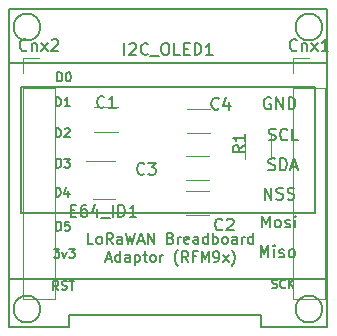
<source format=gto>
G04 #@! TF.FileFunction,Legend,Top*
%FSLAX46Y46*%
G04 Gerber Fmt 4.6, Leading zero omitted, Abs format (unit mm)*
G04 Created by KiCad (PCBNEW 4.0.4-stable) date 03/17/17 15:09:56*
%MOMM*%
%LPD*%
G01*
G04 APERTURE LIST*
%ADD10C,0.100000*%
%ADD11C,0.180000*%
%ADD12C,0.150000*%
%ADD13C,0.120000*%
G04 APERTURE END LIST*
D10*
D11*
X129074885Y-103324943D02*
X128646314Y-103324943D01*
X128646314Y-102424943D01*
X129503456Y-103324943D02*
X129417742Y-103282086D01*
X129374885Y-103239229D01*
X129332028Y-103153514D01*
X129332028Y-102896371D01*
X129374885Y-102810657D01*
X129417742Y-102767800D01*
X129503456Y-102724943D01*
X129632028Y-102724943D01*
X129717742Y-102767800D01*
X129760599Y-102810657D01*
X129803456Y-102896371D01*
X129803456Y-103153514D01*
X129760599Y-103239229D01*
X129717742Y-103282086D01*
X129632028Y-103324943D01*
X129503456Y-103324943D01*
X130703456Y-103324943D02*
X130403456Y-102896371D01*
X130189171Y-103324943D02*
X130189171Y-102424943D01*
X130532028Y-102424943D01*
X130617742Y-102467800D01*
X130660599Y-102510657D01*
X130703456Y-102596371D01*
X130703456Y-102724943D01*
X130660599Y-102810657D01*
X130617742Y-102853514D01*
X130532028Y-102896371D01*
X130189171Y-102896371D01*
X131474885Y-103324943D02*
X131474885Y-102853514D01*
X131432028Y-102767800D01*
X131346314Y-102724943D01*
X131174885Y-102724943D01*
X131089171Y-102767800D01*
X131474885Y-103282086D02*
X131389171Y-103324943D01*
X131174885Y-103324943D01*
X131089171Y-103282086D01*
X131046314Y-103196371D01*
X131046314Y-103110657D01*
X131089171Y-103024943D01*
X131174885Y-102982086D01*
X131389171Y-102982086D01*
X131474885Y-102939229D01*
X131817742Y-102424943D02*
X132032028Y-103324943D01*
X132203457Y-102682086D01*
X132374885Y-103324943D01*
X132589171Y-102424943D01*
X132889171Y-103067800D02*
X133317742Y-103067800D01*
X132803456Y-103324943D02*
X133103456Y-102424943D01*
X133403456Y-103324943D01*
X133703457Y-103324943D02*
X133703457Y-102424943D01*
X134217742Y-103324943D01*
X134217742Y-102424943D01*
X135632028Y-102853514D02*
X135760599Y-102896371D01*
X135803456Y-102939229D01*
X135846313Y-103024943D01*
X135846313Y-103153514D01*
X135803456Y-103239229D01*
X135760599Y-103282086D01*
X135674885Y-103324943D01*
X135332028Y-103324943D01*
X135332028Y-102424943D01*
X135632028Y-102424943D01*
X135717742Y-102467800D01*
X135760599Y-102510657D01*
X135803456Y-102596371D01*
X135803456Y-102682086D01*
X135760599Y-102767800D01*
X135717742Y-102810657D01*
X135632028Y-102853514D01*
X135332028Y-102853514D01*
X136232028Y-103324943D02*
X136232028Y-102724943D01*
X136232028Y-102896371D02*
X136274885Y-102810657D01*
X136317742Y-102767800D01*
X136403456Y-102724943D01*
X136489171Y-102724943D01*
X137132028Y-103282086D02*
X137046314Y-103324943D01*
X136874885Y-103324943D01*
X136789171Y-103282086D01*
X136746314Y-103196371D01*
X136746314Y-102853514D01*
X136789171Y-102767800D01*
X136874885Y-102724943D01*
X137046314Y-102724943D01*
X137132028Y-102767800D01*
X137174885Y-102853514D01*
X137174885Y-102939229D01*
X136746314Y-103024943D01*
X137946314Y-103324943D02*
X137946314Y-102853514D01*
X137903457Y-102767800D01*
X137817743Y-102724943D01*
X137646314Y-102724943D01*
X137560600Y-102767800D01*
X137946314Y-103282086D02*
X137860600Y-103324943D01*
X137646314Y-103324943D01*
X137560600Y-103282086D01*
X137517743Y-103196371D01*
X137517743Y-103110657D01*
X137560600Y-103024943D01*
X137646314Y-102982086D01*
X137860600Y-102982086D01*
X137946314Y-102939229D01*
X138760600Y-103324943D02*
X138760600Y-102424943D01*
X138760600Y-103282086D02*
X138674886Y-103324943D01*
X138503457Y-103324943D01*
X138417743Y-103282086D01*
X138374886Y-103239229D01*
X138332029Y-103153514D01*
X138332029Y-102896371D01*
X138374886Y-102810657D01*
X138417743Y-102767800D01*
X138503457Y-102724943D01*
X138674886Y-102724943D01*
X138760600Y-102767800D01*
X139189172Y-103324943D02*
X139189172Y-102424943D01*
X139189172Y-102767800D02*
X139274886Y-102724943D01*
X139446315Y-102724943D01*
X139532029Y-102767800D01*
X139574886Y-102810657D01*
X139617743Y-102896371D01*
X139617743Y-103153514D01*
X139574886Y-103239229D01*
X139532029Y-103282086D01*
X139446315Y-103324943D01*
X139274886Y-103324943D01*
X139189172Y-103282086D01*
X140132029Y-103324943D02*
X140046315Y-103282086D01*
X140003458Y-103239229D01*
X139960601Y-103153514D01*
X139960601Y-102896371D01*
X140003458Y-102810657D01*
X140046315Y-102767800D01*
X140132029Y-102724943D01*
X140260601Y-102724943D01*
X140346315Y-102767800D01*
X140389172Y-102810657D01*
X140432029Y-102896371D01*
X140432029Y-103153514D01*
X140389172Y-103239229D01*
X140346315Y-103282086D01*
X140260601Y-103324943D01*
X140132029Y-103324943D01*
X141203458Y-103324943D02*
X141203458Y-102853514D01*
X141160601Y-102767800D01*
X141074887Y-102724943D01*
X140903458Y-102724943D01*
X140817744Y-102767800D01*
X141203458Y-103282086D02*
X141117744Y-103324943D01*
X140903458Y-103324943D01*
X140817744Y-103282086D01*
X140774887Y-103196371D01*
X140774887Y-103110657D01*
X140817744Y-103024943D01*
X140903458Y-102982086D01*
X141117744Y-102982086D01*
X141203458Y-102939229D01*
X141632030Y-103324943D02*
X141632030Y-102724943D01*
X141632030Y-102896371D02*
X141674887Y-102810657D01*
X141717744Y-102767800D01*
X141803458Y-102724943D01*
X141889173Y-102724943D01*
X142574887Y-103324943D02*
X142574887Y-102424943D01*
X142574887Y-103282086D02*
X142489173Y-103324943D01*
X142317744Y-103324943D01*
X142232030Y-103282086D01*
X142189173Y-103239229D01*
X142146316Y-103153514D01*
X142146316Y-102896371D01*
X142189173Y-102810657D01*
X142232030Y-102767800D01*
X142317744Y-102724943D01*
X142489173Y-102724943D01*
X142574887Y-102767800D01*
X130146314Y-104597800D02*
X130574885Y-104597800D01*
X130060599Y-104854943D02*
X130360599Y-103954943D01*
X130660599Y-104854943D01*
X131346314Y-104854943D02*
X131346314Y-103954943D01*
X131346314Y-104812086D02*
X131260600Y-104854943D01*
X131089171Y-104854943D01*
X131003457Y-104812086D01*
X130960600Y-104769229D01*
X130917743Y-104683514D01*
X130917743Y-104426371D01*
X130960600Y-104340657D01*
X131003457Y-104297800D01*
X131089171Y-104254943D01*
X131260600Y-104254943D01*
X131346314Y-104297800D01*
X132160600Y-104854943D02*
X132160600Y-104383514D01*
X132117743Y-104297800D01*
X132032029Y-104254943D01*
X131860600Y-104254943D01*
X131774886Y-104297800D01*
X132160600Y-104812086D02*
X132074886Y-104854943D01*
X131860600Y-104854943D01*
X131774886Y-104812086D01*
X131732029Y-104726371D01*
X131732029Y-104640657D01*
X131774886Y-104554943D01*
X131860600Y-104512086D01*
X132074886Y-104512086D01*
X132160600Y-104469229D01*
X132589172Y-104254943D02*
X132589172Y-105154943D01*
X132589172Y-104297800D02*
X132674886Y-104254943D01*
X132846315Y-104254943D01*
X132932029Y-104297800D01*
X132974886Y-104340657D01*
X133017743Y-104426371D01*
X133017743Y-104683514D01*
X132974886Y-104769229D01*
X132932029Y-104812086D01*
X132846315Y-104854943D01*
X132674886Y-104854943D01*
X132589172Y-104812086D01*
X133274886Y-104254943D02*
X133617743Y-104254943D01*
X133403458Y-103954943D02*
X133403458Y-104726371D01*
X133446315Y-104812086D01*
X133532029Y-104854943D01*
X133617743Y-104854943D01*
X134046315Y-104854943D02*
X133960601Y-104812086D01*
X133917744Y-104769229D01*
X133874887Y-104683514D01*
X133874887Y-104426371D01*
X133917744Y-104340657D01*
X133960601Y-104297800D01*
X134046315Y-104254943D01*
X134174887Y-104254943D01*
X134260601Y-104297800D01*
X134303458Y-104340657D01*
X134346315Y-104426371D01*
X134346315Y-104683514D01*
X134303458Y-104769229D01*
X134260601Y-104812086D01*
X134174887Y-104854943D01*
X134046315Y-104854943D01*
X134732030Y-104854943D02*
X134732030Y-104254943D01*
X134732030Y-104426371D02*
X134774887Y-104340657D01*
X134817744Y-104297800D01*
X134903458Y-104254943D01*
X134989173Y-104254943D01*
X136232030Y-105197800D02*
X136189172Y-105154943D01*
X136103458Y-105026371D01*
X136060601Y-104940657D01*
X136017744Y-104812086D01*
X135974887Y-104597800D01*
X135974887Y-104426371D01*
X136017744Y-104212086D01*
X136060601Y-104083514D01*
X136103458Y-103997800D01*
X136189172Y-103869229D01*
X136232030Y-103826371D01*
X137089172Y-104854943D02*
X136789172Y-104426371D01*
X136574887Y-104854943D02*
X136574887Y-103954943D01*
X136917744Y-103954943D01*
X137003458Y-103997800D01*
X137046315Y-104040657D01*
X137089172Y-104126371D01*
X137089172Y-104254943D01*
X137046315Y-104340657D01*
X137003458Y-104383514D01*
X136917744Y-104426371D01*
X136574887Y-104426371D01*
X137774887Y-104383514D02*
X137474887Y-104383514D01*
X137474887Y-104854943D02*
X137474887Y-103954943D01*
X137903458Y-103954943D01*
X138246316Y-104854943D02*
X138246316Y-103954943D01*
X138546316Y-104597800D01*
X138846316Y-103954943D01*
X138846316Y-104854943D01*
X139317744Y-104854943D02*
X139489172Y-104854943D01*
X139574887Y-104812086D01*
X139617744Y-104769229D01*
X139703458Y-104640657D01*
X139746315Y-104469229D01*
X139746315Y-104126371D01*
X139703458Y-104040657D01*
X139660601Y-103997800D01*
X139574887Y-103954943D01*
X139403458Y-103954943D01*
X139317744Y-103997800D01*
X139274887Y-104040657D01*
X139232030Y-104126371D01*
X139232030Y-104340657D01*
X139274887Y-104426371D01*
X139317744Y-104469229D01*
X139403458Y-104512086D01*
X139574887Y-104512086D01*
X139660601Y-104469229D01*
X139703458Y-104426371D01*
X139746315Y-104340657D01*
X140046315Y-104854943D02*
X140517744Y-104254943D01*
X140046315Y-104254943D02*
X140517744Y-104854943D01*
X140774886Y-105197800D02*
X140817744Y-105154943D01*
X140903458Y-105026371D01*
X140946315Y-104940657D01*
X140989172Y-104812086D01*
X141032029Y-104597800D01*
X141032029Y-104426371D01*
X140989172Y-104212086D01*
X140946315Y-104083514D01*
X140903458Y-103997800D01*
X140817744Y-103869229D01*
X140774886Y-103826371D01*
D12*
X144210200Y-107039533D02*
X144310200Y-107072867D01*
X144476867Y-107072867D01*
X144543534Y-107039533D01*
X144576867Y-107006200D01*
X144610200Y-106939533D01*
X144610200Y-106872867D01*
X144576867Y-106806200D01*
X144543534Y-106772867D01*
X144476867Y-106739533D01*
X144343534Y-106706200D01*
X144276867Y-106672867D01*
X144243534Y-106639533D01*
X144210200Y-106572867D01*
X144210200Y-106506200D01*
X144243534Y-106439533D01*
X144276867Y-106406200D01*
X144343534Y-106372867D01*
X144510200Y-106372867D01*
X144610200Y-106406200D01*
X145310201Y-107006200D02*
X145276867Y-107039533D01*
X145176867Y-107072867D01*
X145110201Y-107072867D01*
X145010201Y-107039533D01*
X144943534Y-106972867D01*
X144910201Y-106906200D01*
X144876867Y-106772867D01*
X144876867Y-106672867D01*
X144910201Y-106539533D01*
X144943534Y-106472867D01*
X145010201Y-106406200D01*
X145110201Y-106372867D01*
X145176867Y-106372867D01*
X145276867Y-106406200D01*
X145310201Y-106439533D01*
X145610201Y-107072867D02*
X145610201Y-106372867D01*
X146010201Y-107072867D02*
X145710201Y-106672867D01*
X146010201Y-106372867D02*
X145610201Y-106772867D01*
X143224429Y-104465381D02*
X143224429Y-103465381D01*
X143557763Y-104179667D01*
X143891096Y-103465381D01*
X143891096Y-104465381D01*
X144367286Y-104465381D02*
X144367286Y-103798714D01*
X144367286Y-103465381D02*
X144319667Y-103513000D01*
X144367286Y-103560619D01*
X144414905Y-103513000D01*
X144367286Y-103465381D01*
X144367286Y-103560619D01*
X144795857Y-104417762D02*
X144891095Y-104465381D01*
X145081571Y-104465381D01*
X145176810Y-104417762D01*
X145224429Y-104322524D01*
X145224429Y-104274905D01*
X145176810Y-104179667D01*
X145081571Y-104132048D01*
X144938714Y-104132048D01*
X144843476Y-104084429D01*
X144795857Y-103989190D01*
X144795857Y-103941571D01*
X144843476Y-103846333D01*
X144938714Y-103798714D01*
X145081571Y-103798714D01*
X145176810Y-103846333D01*
X145795857Y-104465381D02*
X145700619Y-104417762D01*
X145653000Y-104370143D01*
X145605381Y-104274905D01*
X145605381Y-103989190D01*
X145653000Y-103893952D01*
X145700619Y-103846333D01*
X145795857Y-103798714D01*
X145938715Y-103798714D01*
X146033953Y-103846333D01*
X146081572Y-103893952D01*
X146129191Y-103989190D01*
X146129191Y-104274905D01*
X146081572Y-104370143D01*
X146033953Y-104417762D01*
X145938715Y-104465381D01*
X145795857Y-104465381D01*
X143326029Y-101950781D02*
X143326029Y-100950781D01*
X143659363Y-101665067D01*
X143992696Y-100950781D01*
X143992696Y-101950781D01*
X144611743Y-101950781D02*
X144516505Y-101903162D01*
X144468886Y-101855543D01*
X144421267Y-101760305D01*
X144421267Y-101474590D01*
X144468886Y-101379352D01*
X144516505Y-101331733D01*
X144611743Y-101284114D01*
X144754601Y-101284114D01*
X144849839Y-101331733D01*
X144897458Y-101379352D01*
X144945077Y-101474590D01*
X144945077Y-101760305D01*
X144897458Y-101855543D01*
X144849839Y-101903162D01*
X144754601Y-101950781D01*
X144611743Y-101950781D01*
X145326029Y-101903162D02*
X145421267Y-101950781D01*
X145611743Y-101950781D01*
X145706982Y-101903162D01*
X145754601Y-101807924D01*
X145754601Y-101760305D01*
X145706982Y-101665067D01*
X145611743Y-101617448D01*
X145468886Y-101617448D01*
X145373648Y-101569829D01*
X145326029Y-101474590D01*
X145326029Y-101426971D01*
X145373648Y-101331733D01*
X145468886Y-101284114D01*
X145611743Y-101284114D01*
X145706982Y-101331733D01*
X146183172Y-101950781D02*
X146183172Y-101284114D01*
X146183172Y-100950781D02*
X146135553Y-100998400D01*
X146183172Y-101046019D01*
X146230791Y-100998400D01*
X146183172Y-100950781D01*
X146183172Y-101046019D01*
X143567305Y-99588581D02*
X143567305Y-98588581D01*
X144138734Y-99588581D01*
X144138734Y-98588581D01*
X144567305Y-99540962D02*
X144710162Y-99588581D01*
X144948258Y-99588581D01*
X145043496Y-99540962D01*
X145091115Y-99493343D01*
X145138734Y-99398105D01*
X145138734Y-99302867D01*
X145091115Y-99207629D01*
X145043496Y-99160010D01*
X144948258Y-99112390D01*
X144757781Y-99064771D01*
X144662543Y-99017152D01*
X144614924Y-98969533D01*
X144567305Y-98874295D01*
X144567305Y-98779057D01*
X144614924Y-98683819D01*
X144662543Y-98636200D01*
X144757781Y-98588581D01*
X144995877Y-98588581D01*
X145138734Y-98636200D01*
X145519686Y-99540962D02*
X145662543Y-99588581D01*
X145900639Y-99588581D01*
X145995877Y-99540962D01*
X146043496Y-99493343D01*
X146091115Y-99398105D01*
X146091115Y-99302867D01*
X146043496Y-99207629D01*
X145995877Y-99160010D01*
X145900639Y-99112390D01*
X145710162Y-99064771D01*
X145614924Y-99017152D01*
X145567305Y-98969533D01*
X145519686Y-98874295D01*
X145519686Y-98779057D01*
X145567305Y-98683819D01*
X145614924Y-98636200D01*
X145710162Y-98588581D01*
X145948258Y-98588581D01*
X146091115Y-98636200D01*
X143895914Y-97051762D02*
X144038771Y-97099381D01*
X144276867Y-97099381D01*
X144372105Y-97051762D01*
X144419724Y-97004143D01*
X144467343Y-96908905D01*
X144467343Y-96813667D01*
X144419724Y-96718429D01*
X144372105Y-96670810D01*
X144276867Y-96623190D01*
X144086390Y-96575571D01*
X143991152Y-96527952D01*
X143943533Y-96480333D01*
X143895914Y-96385095D01*
X143895914Y-96289857D01*
X143943533Y-96194619D01*
X143991152Y-96147000D01*
X144086390Y-96099381D01*
X144324486Y-96099381D01*
X144467343Y-96147000D01*
X144895914Y-97099381D02*
X144895914Y-96099381D01*
X145134009Y-96099381D01*
X145276867Y-96147000D01*
X145372105Y-96242238D01*
X145419724Y-96337476D01*
X145467343Y-96527952D01*
X145467343Y-96670810D01*
X145419724Y-96861286D01*
X145372105Y-96956524D01*
X145276867Y-97051762D01*
X145134009Y-97099381D01*
X144895914Y-97099381D01*
X145848295Y-96813667D02*
X146324486Y-96813667D01*
X145753057Y-97099381D02*
X146086390Y-96099381D01*
X146419724Y-97099381D01*
X143919724Y-94537162D02*
X144062581Y-94584781D01*
X144300677Y-94584781D01*
X144395915Y-94537162D01*
X144443534Y-94489543D01*
X144491153Y-94394305D01*
X144491153Y-94299067D01*
X144443534Y-94203829D01*
X144395915Y-94156210D01*
X144300677Y-94108590D01*
X144110200Y-94060971D01*
X144014962Y-94013352D01*
X143967343Y-93965733D01*
X143919724Y-93870495D01*
X143919724Y-93775257D01*
X143967343Y-93680019D01*
X144014962Y-93632400D01*
X144110200Y-93584781D01*
X144348296Y-93584781D01*
X144491153Y-93632400D01*
X145491153Y-94489543D02*
X145443534Y-94537162D01*
X145300677Y-94584781D01*
X145205439Y-94584781D01*
X145062581Y-94537162D01*
X144967343Y-94441924D01*
X144919724Y-94346686D01*
X144872105Y-94156210D01*
X144872105Y-94013352D01*
X144919724Y-93822876D01*
X144967343Y-93727638D01*
X145062581Y-93632400D01*
X145205439Y-93584781D01*
X145300677Y-93584781D01*
X145443534Y-93632400D01*
X145491153Y-93680019D01*
X146395915Y-94584781D02*
X145919724Y-94584781D01*
X145919724Y-93584781D01*
X144068896Y-90990800D02*
X143973658Y-90943181D01*
X143830801Y-90943181D01*
X143687943Y-90990800D01*
X143592705Y-91086038D01*
X143545086Y-91181276D01*
X143497467Y-91371752D01*
X143497467Y-91514610D01*
X143545086Y-91705086D01*
X143592705Y-91800324D01*
X143687943Y-91895562D01*
X143830801Y-91943181D01*
X143926039Y-91943181D01*
X144068896Y-91895562D01*
X144116515Y-91847943D01*
X144116515Y-91514610D01*
X143926039Y-91514610D01*
X144545086Y-91943181D02*
X144545086Y-90943181D01*
X145116515Y-91943181D01*
X145116515Y-90943181D01*
X145592705Y-91943181D02*
X145592705Y-90943181D01*
X145830800Y-90943181D01*
X145973658Y-90990800D01*
X146068896Y-91086038D01*
X146116515Y-91181276D01*
X146164134Y-91371752D01*
X146164134Y-91514610D01*
X146116515Y-91705086D01*
X146068896Y-91800324D01*
X145973658Y-91895562D01*
X145830800Y-91943181D01*
X145592705Y-91943181D01*
X126106686Y-107222486D02*
X125856686Y-106865343D01*
X125678114Y-107222486D02*
X125678114Y-106472486D01*
X125963829Y-106472486D01*
X126035257Y-106508200D01*
X126070972Y-106543914D01*
X126106686Y-106615343D01*
X126106686Y-106722486D01*
X126070972Y-106793914D01*
X126035257Y-106829629D01*
X125963829Y-106865343D01*
X125678114Y-106865343D01*
X126392400Y-107186771D02*
X126499543Y-107222486D01*
X126678114Y-107222486D01*
X126749543Y-107186771D01*
X126785257Y-107151057D01*
X126820972Y-107079629D01*
X126820972Y-107008200D01*
X126785257Y-106936771D01*
X126749543Y-106901057D01*
X126678114Y-106865343D01*
X126535257Y-106829629D01*
X126463829Y-106793914D01*
X126428114Y-106758200D01*
X126392400Y-106686771D01*
X126392400Y-106615343D01*
X126428114Y-106543914D01*
X126463829Y-106508200D01*
X126535257Y-106472486D01*
X126713829Y-106472486D01*
X126820972Y-106508200D01*
X127035258Y-106472486D02*
X127463829Y-106472486D01*
X127249543Y-107222486D02*
X127249543Y-106472486D01*
X125726143Y-103780086D02*
X126190429Y-103780086D01*
X125940429Y-104065800D01*
X126047571Y-104065800D01*
X126119000Y-104101514D01*
X126154714Y-104137229D01*
X126190429Y-104208657D01*
X126190429Y-104387229D01*
X126154714Y-104458657D01*
X126119000Y-104494371D01*
X126047571Y-104530086D01*
X125833286Y-104530086D01*
X125761857Y-104494371D01*
X125726143Y-104458657D01*
X126440429Y-104030086D02*
X126619000Y-104530086D01*
X126797572Y-104030086D01*
X127011858Y-103780086D02*
X127476144Y-103780086D01*
X127226144Y-104065800D01*
X127333286Y-104065800D01*
X127404715Y-104101514D01*
X127440429Y-104137229D01*
X127476144Y-104208657D01*
X127476144Y-104387229D01*
X127440429Y-104458657D01*
X127404715Y-104494371D01*
X127333286Y-104530086D01*
X127119001Y-104530086D01*
X127047572Y-104494371D01*
X127011858Y-104458657D01*
X125938428Y-102244086D02*
X125938428Y-101494086D01*
X126117000Y-101494086D01*
X126224143Y-101529800D01*
X126295571Y-101601229D01*
X126331286Y-101672657D01*
X126367000Y-101815514D01*
X126367000Y-101922657D01*
X126331286Y-102065514D01*
X126295571Y-102136943D01*
X126224143Y-102208371D01*
X126117000Y-102244086D01*
X125938428Y-102244086D01*
X127045571Y-101494086D02*
X126688428Y-101494086D01*
X126652714Y-101851229D01*
X126688428Y-101815514D01*
X126759857Y-101779800D01*
X126938428Y-101779800D01*
X127009857Y-101815514D01*
X127045571Y-101851229D01*
X127081286Y-101922657D01*
X127081286Y-102101229D01*
X127045571Y-102172657D01*
X127009857Y-102208371D01*
X126938428Y-102244086D01*
X126759857Y-102244086D01*
X126688428Y-102208371D01*
X126652714Y-102172657D01*
X125887628Y-99348486D02*
X125887628Y-98598486D01*
X126066200Y-98598486D01*
X126173343Y-98634200D01*
X126244771Y-98705629D01*
X126280486Y-98777057D01*
X126316200Y-98919914D01*
X126316200Y-99027057D01*
X126280486Y-99169914D01*
X126244771Y-99241343D01*
X126173343Y-99312771D01*
X126066200Y-99348486D01*
X125887628Y-99348486D01*
X126959057Y-98848486D02*
X126959057Y-99348486D01*
X126780486Y-98562771D02*
X126601914Y-99098486D01*
X127066200Y-99098486D01*
X125938428Y-96884686D02*
X125938428Y-96134686D01*
X126117000Y-96134686D01*
X126224143Y-96170400D01*
X126295571Y-96241829D01*
X126331286Y-96313257D01*
X126367000Y-96456114D01*
X126367000Y-96563257D01*
X126331286Y-96706114D01*
X126295571Y-96777543D01*
X126224143Y-96848971D01*
X126117000Y-96884686D01*
X125938428Y-96884686D01*
X126617000Y-96134686D02*
X127081286Y-96134686D01*
X126831286Y-96420400D01*
X126938428Y-96420400D01*
X127009857Y-96456114D01*
X127045571Y-96491829D01*
X127081286Y-96563257D01*
X127081286Y-96741829D01*
X127045571Y-96813257D01*
X127009857Y-96848971D01*
X126938428Y-96884686D01*
X126724143Y-96884686D01*
X126652714Y-96848971D01*
X126617000Y-96813257D01*
X125913028Y-94319286D02*
X125913028Y-93569286D01*
X126091600Y-93569286D01*
X126198743Y-93605000D01*
X126270171Y-93676429D01*
X126305886Y-93747857D01*
X126341600Y-93890714D01*
X126341600Y-93997857D01*
X126305886Y-94140714D01*
X126270171Y-94212143D01*
X126198743Y-94283571D01*
X126091600Y-94319286D01*
X125913028Y-94319286D01*
X126627314Y-93640714D02*
X126663028Y-93605000D01*
X126734457Y-93569286D01*
X126913028Y-93569286D01*
X126984457Y-93605000D01*
X127020171Y-93640714D01*
X127055886Y-93712143D01*
X127055886Y-93783571D01*
X127020171Y-93890714D01*
X126591600Y-94319286D01*
X127055886Y-94319286D01*
X125913028Y-91677686D02*
X125913028Y-90927686D01*
X126091600Y-90927686D01*
X126198743Y-90963400D01*
X126270171Y-91034829D01*
X126305886Y-91106257D01*
X126341600Y-91249114D01*
X126341600Y-91356257D01*
X126305886Y-91499114D01*
X126270171Y-91570543D01*
X126198743Y-91641971D01*
X126091600Y-91677686D01*
X125913028Y-91677686D01*
X127055886Y-91677686D02*
X126627314Y-91677686D01*
X126841600Y-91677686D02*
X126841600Y-90927686D01*
X126770171Y-91034829D01*
X126698743Y-91106257D01*
X126627314Y-91141971D01*
X126014628Y-89569486D02*
X126014628Y-88819486D01*
X126193200Y-88819486D01*
X126300343Y-88855200D01*
X126371771Y-88926629D01*
X126407486Y-88998057D01*
X126443200Y-89140914D01*
X126443200Y-89248057D01*
X126407486Y-89390914D01*
X126371771Y-89462343D01*
X126300343Y-89533771D01*
X126193200Y-89569486D01*
X126014628Y-89569486D01*
X126907486Y-88819486D02*
X126978914Y-88819486D01*
X127050343Y-88855200D01*
X127086057Y-88890914D01*
X127121771Y-88962343D01*
X127157486Y-89105200D01*
X127157486Y-89283771D01*
X127121771Y-89426629D01*
X127086057Y-89498057D01*
X127050343Y-89533771D01*
X126978914Y-89569486D01*
X126907486Y-89569486D01*
X126836057Y-89533771D01*
X126800343Y-89498057D01*
X126764628Y-89426629D01*
X126728914Y-89283771D01*
X126728914Y-89105200D01*
X126764628Y-88962343D01*
X126800343Y-88890914D01*
X126836057Y-88855200D01*
X126907486Y-88819486D01*
D13*
X131149600Y-91791600D02*
X129149600Y-91791600D01*
X129149600Y-93831600D02*
X131149600Y-93831600D01*
X138871200Y-98827400D02*
X136871200Y-98827400D01*
X136871200Y-100867400D02*
X138871200Y-100867400D01*
X138871200Y-95931800D02*
X136871200Y-95931800D01*
X136871200Y-97971800D02*
X138871200Y-97971800D01*
X138972800Y-91893200D02*
X136972800Y-91893200D01*
X136972800Y-93933200D02*
X138972800Y-93933200D01*
X145990000Y-90170000D02*
X145990000Y-108010000D01*
X145990000Y-108010000D02*
X148650000Y-108010000D01*
X148650000Y-108010000D02*
X148650000Y-90170000D01*
X148650000Y-90170000D02*
X145990000Y-90170000D01*
X145990000Y-88900000D02*
X145990000Y-87570000D01*
X145990000Y-87570000D02*
X147320000Y-87570000D01*
X123130000Y-90170000D02*
X123130000Y-108010000D01*
X123130000Y-108010000D02*
X125790000Y-108010000D01*
X125790000Y-108010000D02*
X125790000Y-90170000D01*
X125790000Y-90170000D02*
X123130000Y-90170000D01*
X123130000Y-88900000D02*
X123130000Y-87570000D01*
X123130000Y-87570000D02*
X124460000Y-87570000D01*
X129071800Y-99577800D02*
X130871800Y-99577800D01*
X130871800Y-96357800D02*
X128421800Y-96357800D01*
D12*
X143256000Y-110388400D02*
X148844000Y-110388400D01*
X121920000Y-110388400D02*
X127000000Y-110388400D01*
X127000000Y-110388400D02*
X127000000Y-109372400D01*
X127000000Y-109372400D02*
X143256000Y-109372400D01*
X143256000Y-109372400D02*
X143256000Y-110388400D01*
X122936000Y-90068400D02*
X147828000Y-90068400D01*
X147828000Y-90068400D02*
X147828000Y-100736400D01*
X147828000Y-100736400D02*
X122936000Y-100736400D01*
X122936000Y-100736400D02*
X122936000Y-90068400D01*
X121920000Y-88036400D02*
X148844000Y-88036400D01*
X148844000Y-88036400D02*
X148844000Y-106324400D01*
X148844000Y-106324400D02*
X121920000Y-106324400D01*
X121920000Y-106324400D02*
X121920000Y-88036400D01*
X148455923Y-108864400D02*
G75*
G03X148455923Y-108864400I-1135923J0D01*
G01*
X124579923Y-108864400D02*
G75*
G03X124579923Y-108864400I-1135923J0D01*
G01*
X124579923Y-84988400D02*
G75*
G03X124579923Y-84988400I-1135923J0D01*
G01*
X148455923Y-84988400D02*
G75*
G03X148455923Y-84988400I-1135923J0D01*
G01*
X121920000Y-110388400D02*
X121920000Y-83464400D01*
X121920000Y-83464400D02*
X148844000Y-83464400D01*
X148844000Y-83464400D02*
X148844000Y-110388400D01*
D13*
X141932000Y-96148400D02*
X141932000Y-94148400D01*
X144072000Y-94148400D02*
X144072000Y-96148400D01*
D12*
X130008334Y-91720943D02*
X129960715Y-91768562D01*
X129817858Y-91816181D01*
X129722620Y-91816181D01*
X129579762Y-91768562D01*
X129484524Y-91673324D01*
X129436905Y-91578086D01*
X129389286Y-91387610D01*
X129389286Y-91244752D01*
X129436905Y-91054276D01*
X129484524Y-90959038D01*
X129579762Y-90863800D01*
X129722620Y-90816181D01*
X129817858Y-90816181D01*
X129960715Y-90863800D01*
X130008334Y-90911419D01*
X130960715Y-91816181D02*
X130389286Y-91816181D01*
X130675000Y-91816181D02*
X130675000Y-90816181D01*
X130579762Y-90959038D01*
X130484524Y-91054276D01*
X130389286Y-91101895D01*
X139990534Y-102109543D02*
X139942915Y-102157162D01*
X139800058Y-102204781D01*
X139704820Y-102204781D01*
X139561962Y-102157162D01*
X139466724Y-102061924D01*
X139419105Y-101966686D01*
X139371486Y-101776210D01*
X139371486Y-101633352D01*
X139419105Y-101442876D01*
X139466724Y-101347638D01*
X139561962Y-101252400D01*
X139704820Y-101204781D01*
X139800058Y-101204781D01*
X139942915Y-101252400D01*
X139990534Y-101300019D01*
X140371486Y-101300019D02*
X140419105Y-101252400D01*
X140514343Y-101204781D01*
X140752439Y-101204781D01*
X140847677Y-101252400D01*
X140895296Y-101300019D01*
X140942915Y-101395257D01*
X140942915Y-101490495D01*
X140895296Y-101633352D01*
X140323867Y-102204781D01*
X140942915Y-102204781D01*
X133386534Y-97385143D02*
X133338915Y-97432762D01*
X133196058Y-97480381D01*
X133100820Y-97480381D01*
X132957962Y-97432762D01*
X132862724Y-97337524D01*
X132815105Y-97242286D01*
X132767486Y-97051810D01*
X132767486Y-96908952D01*
X132815105Y-96718476D01*
X132862724Y-96623238D01*
X132957962Y-96528000D01*
X133100820Y-96480381D01*
X133196058Y-96480381D01*
X133338915Y-96528000D01*
X133386534Y-96575619D01*
X133719867Y-96480381D02*
X134338915Y-96480381D01*
X134005581Y-96861333D01*
X134148439Y-96861333D01*
X134243677Y-96908952D01*
X134291296Y-96956571D01*
X134338915Y-97051810D01*
X134338915Y-97289905D01*
X134291296Y-97385143D01*
X134243677Y-97432762D01*
X134148439Y-97480381D01*
X133862724Y-97480381D01*
X133767486Y-97432762D01*
X133719867Y-97385143D01*
X139685734Y-91873343D02*
X139638115Y-91920962D01*
X139495258Y-91968581D01*
X139400020Y-91968581D01*
X139257162Y-91920962D01*
X139161924Y-91825724D01*
X139114305Y-91730486D01*
X139066686Y-91540010D01*
X139066686Y-91397152D01*
X139114305Y-91206676D01*
X139161924Y-91111438D01*
X139257162Y-91016200D01*
X139400020Y-90968581D01*
X139495258Y-90968581D01*
X139638115Y-91016200D01*
X139685734Y-91063819D01*
X140542877Y-91301914D02*
X140542877Y-91968581D01*
X140304781Y-90920962D02*
X140066686Y-91635248D01*
X140685734Y-91635248D01*
X146296191Y-86927143D02*
X146248572Y-86974762D01*
X146105715Y-87022381D01*
X146010477Y-87022381D01*
X145867619Y-86974762D01*
X145772381Y-86879524D01*
X145724762Y-86784286D01*
X145677143Y-86593810D01*
X145677143Y-86450952D01*
X145724762Y-86260476D01*
X145772381Y-86165238D01*
X145867619Y-86070000D01*
X146010477Y-86022381D01*
X146105715Y-86022381D01*
X146248572Y-86070000D01*
X146296191Y-86117619D01*
X146724762Y-86355714D02*
X146724762Y-87022381D01*
X146724762Y-86450952D02*
X146772381Y-86403333D01*
X146867619Y-86355714D01*
X147010477Y-86355714D01*
X147105715Y-86403333D01*
X147153334Y-86498571D01*
X147153334Y-87022381D01*
X147534286Y-87022381D02*
X148058096Y-86355714D01*
X147534286Y-86355714D02*
X148058096Y-87022381D01*
X148962858Y-87022381D02*
X148391429Y-87022381D01*
X148677143Y-87022381D02*
X148677143Y-86022381D01*
X148581905Y-86165238D01*
X148486667Y-86260476D01*
X148391429Y-86308095D01*
X123436191Y-86927143D02*
X123388572Y-86974762D01*
X123245715Y-87022381D01*
X123150477Y-87022381D01*
X123007619Y-86974762D01*
X122912381Y-86879524D01*
X122864762Y-86784286D01*
X122817143Y-86593810D01*
X122817143Y-86450952D01*
X122864762Y-86260476D01*
X122912381Y-86165238D01*
X123007619Y-86070000D01*
X123150477Y-86022381D01*
X123245715Y-86022381D01*
X123388572Y-86070000D01*
X123436191Y-86117619D01*
X123864762Y-86355714D02*
X123864762Y-87022381D01*
X123864762Y-86450952D02*
X123912381Y-86403333D01*
X124007619Y-86355714D01*
X124150477Y-86355714D01*
X124245715Y-86403333D01*
X124293334Y-86498571D01*
X124293334Y-87022381D01*
X124674286Y-87022381D02*
X125198096Y-86355714D01*
X124674286Y-86355714D02*
X125198096Y-87022381D01*
X125531429Y-86117619D02*
X125579048Y-86070000D01*
X125674286Y-86022381D01*
X125912382Y-86022381D01*
X126007620Y-86070000D01*
X126055239Y-86117619D01*
X126102858Y-86212857D01*
X126102858Y-86308095D01*
X126055239Y-86450952D01*
X125483810Y-87022381D01*
X126102858Y-87022381D01*
X127133695Y-100512571D02*
X127467029Y-100512571D01*
X127609886Y-101036381D02*
X127133695Y-101036381D01*
X127133695Y-100036381D01*
X127609886Y-100036381D01*
X128467029Y-100036381D02*
X128276552Y-100036381D01*
X128181314Y-100084000D01*
X128133695Y-100131619D01*
X128038457Y-100274476D01*
X127990838Y-100464952D01*
X127990838Y-100845905D01*
X128038457Y-100941143D01*
X128086076Y-100988762D01*
X128181314Y-101036381D01*
X128371791Y-101036381D01*
X128467029Y-100988762D01*
X128514648Y-100941143D01*
X128562267Y-100845905D01*
X128562267Y-100607810D01*
X128514648Y-100512571D01*
X128467029Y-100464952D01*
X128371791Y-100417333D01*
X128181314Y-100417333D01*
X128086076Y-100464952D01*
X128038457Y-100512571D01*
X127990838Y-100607810D01*
X129419410Y-100369714D02*
X129419410Y-101036381D01*
X129181314Y-99988762D02*
X128943219Y-100703048D01*
X129562267Y-100703048D01*
X129705124Y-101131619D02*
X130467029Y-101131619D01*
X130705124Y-101036381D02*
X130705124Y-100036381D01*
X131181314Y-101036381D02*
X131181314Y-100036381D01*
X131419409Y-100036381D01*
X131562267Y-100084000D01*
X131657505Y-100179238D01*
X131705124Y-100274476D01*
X131752743Y-100464952D01*
X131752743Y-100607810D01*
X131705124Y-100798286D01*
X131657505Y-100893524D01*
X131562267Y-100988762D01*
X131419409Y-101036381D01*
X131181314Y-101036381D01*
X132705124Y-101036381D02*
X132133695Y-101036381D01*
X132419409Y-101036381D02*
X132419409Y-100036381D01*
X132324171Y-100179238D01*
X132228933Y-100274476D01*
X132133695Y-100322095D01*
X131693114Y-87345781D02*
X131693114Y-86345781D01*
X132121685Y-86441019D02*
X132169304Y-86393400D01*
X132264542Y-86345781D01*
X132502638Y-86345781D01*
X132597876Y-86393400D01*
X132645495Y-86441019D01*
X132693114Y-86536257D01*
X132693114Y-86631495D01*
X132645495Y-86774352D01*
X132074066Y-87345781D01*
X132693114Y-87345781D01*
X133693114Y-87250543D02*
X133645495Y-87298162D01*
X133502638Y-87345781D01*
X133407400Y-87345781D01*
X133264542Y-87298162D01*
X133169304Y-87202924D01*
X133121685Y-87107686D01*
X133074066Y-86917210D01*
X133074066Y-86774352D01*
X133121685Y-86583876D01*
X133169304Y-86488638D01*
X133264542Y-86393400D01*
X133407400Y-86345781D01*
X133502638Y-86345781D01*
X133645495Y-86393400D01*
X133693114Y-86441019D01*
X133883590Y-87441019D02*
X134645495Y-87441019D01*
X135074066Y-86345781D02*
X135264543Y-86345781D01*
X135359781Y-86393400D01*
X135455019Y-86488638D01*
X135502638Y-86679114D01*
X135502638Y-87012448D01*
X135455019Y-87202924D01*
X135359781Y-87298162D01*
X135264543Y-87345781D01*
X135074066Y-87345781D01*
X134978828Y-87298162D01*
X134883590Y-87202924D01*
X134835971Y-87012448D01*
X134835971Y-86679114D01*
X134883590Y-86488638D01*
X134978828Y-86393400D01*
X135074066Y-86345781D01*
X136407400Y-87345781D02*
X135931209Y-87345781D01*
X135931209Y-86345781D01*
X136740733Y-86821971D02*
X137074067Y-86821971D01*
X137216924Y-87345781D02*
X136740733Y-87345781D01*
X136740733Y-86345781D01*
X137216924Y-86345781D01*
X137645495Y-87345781D02*
X137645495Y-86345781D01*
X137883590Y-86345781D01*
X138026448Y-86393400D01*
X138121686Y-86488638D01*
X138169305Y-86583876D01*
X138216924Y-86774352D01*
X138216924Y-86917210D01*
X138169305Y-87107686D01*
X138121686Y-87202924D01*
X138026448Y-87298162D01*
X137883590Y-87345781D01*
X137645495Y-87345781D01*
X139169305Y-87345781D02*
X138597876Y-87345781D01*
X138883590Y-87345781D02*
X138883590Y-86345781D01*
X138788352Y-86488638D01*
X138693114Y-86583876D01*
X138597876Y-86631495D01*
X141879581Y-95010266D02*
X141403390Y-95343600D01*
X141879581Y-95581695D02*
X140879581Y-95581695D01*
X140879581Y-95200742D01*
X140927200Y-95105504D01*
X140974819Y-95057885D01*
X141070057Y-95010266D01*
X141212914Y-95010266D01*
X141308152Y-95057885D01*
X141355771Y-95105504D01*
X141403390Y-95200742D01*
X141403390Y-95581695D01*
X141879581Y-94057885D02*
X141879581Y-94629314D01*
X141879581Y-94343600D02*
X140879581Y-94343600D01*
X141022438Y-94438838D01*
X141117676Y-94534076D01*
X141165295Y-94629314D01*
M02*

</source>
